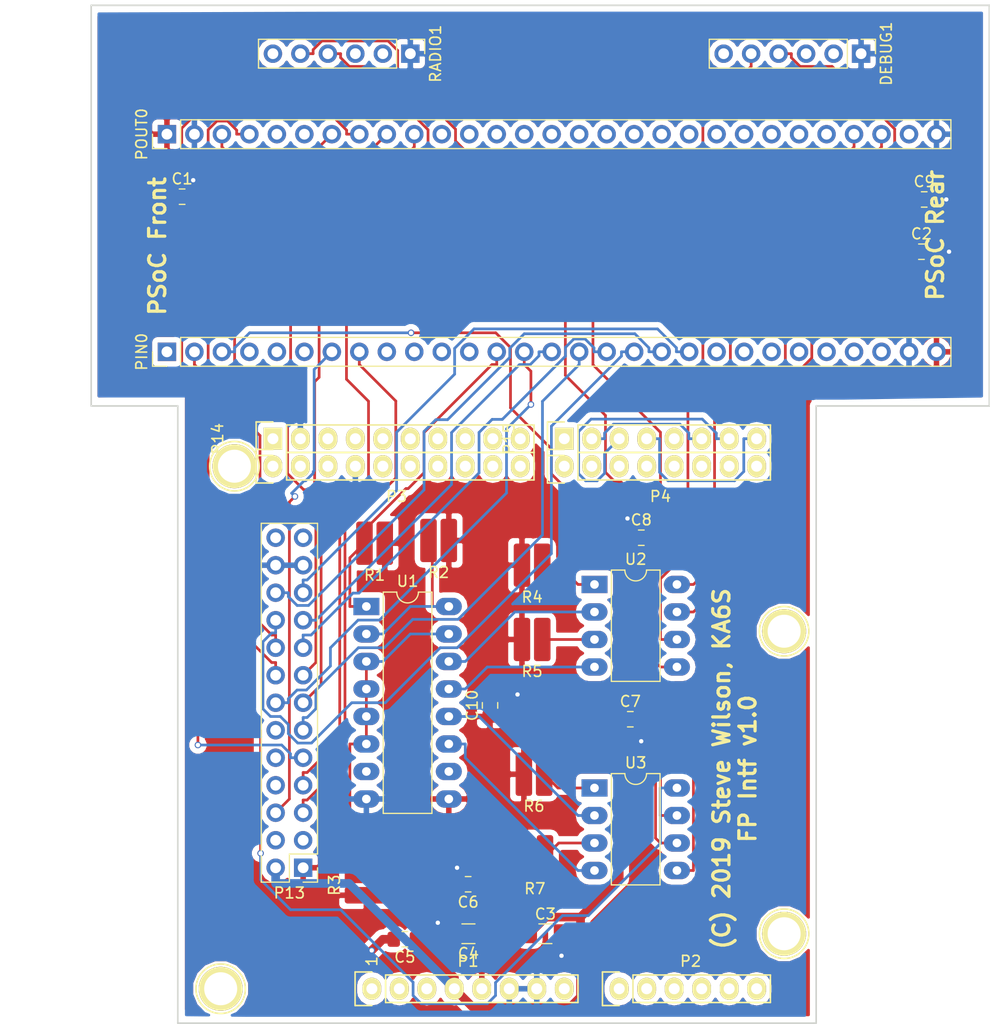
<source format=kicad_pcb>
(kicad_pcb (version 20171130) (host pcbnew 5.0.2-bee76a0~70~ubuntu16.04.1)
  (title_block (date "lun. 30 mars 2015"))
  (layers (0 F.Cu signal) (31 B.Cu signal) (34 B.Paste user) (35 F.Paste user) (36 B.SilkS user) (37 F.SilkS user) (38 B.Mask user) (39 F.Mask user) (44 Edge.Cuts user))
  (net 0 "")
  (net 1 +5V)
  (net 2 GND)
  (net 3 +3V3)
  (net 4 /encb_clk)
  (net 5 /encb_dat)
  (net 6 /encb_sw)
  (net 7 /i2c_scl)
  (net 8 /i2c_sda)
  (net 9 /button_b_int)
  (net 10 /button_a_int)
  (net 11 /encc_sw)
  (net 12 /encc_clk)
  (net 13 /encc_dat)
  (net 14 /enca_clk)
  (net 15 /enca_dat)
  (net 16 /enca_sw)
  (net 17 /tune_cha)
  (net 18 /tune_chb)
  (net 19 /uart2_txd)
  (net 20 /uart2_cts)
  (net 21 /uart2_rts)
  (net 22 /debug_rx)
  (net 23 /debug_tx)
  (net 24 /radio_rx)
  (net 25 /radio_tx)
  (net 26 /relay_on_n)
  (net 27 /pre_rdo_tx)
  (net 28 /pre_rdo_rx)
  (net 29 /pre_dbg_tx)
  (net 30 /pre_dbg_rx)
  (net 31 "Net-(R2-Pad2)")
  (net 32 "Net-(R3-Pad2)")
  (net 33 "Net-(R4-Pad1)")
  (net 34 "Net-(R5-Pad1)")
  (net 35 "Net-(R6-Pad1)")
  (net 36 "Net-(R7-Pad1)")
  (net 37 "Net-(U1-Pad11)")
  (net 38 "Net-(U1-Pad12)")
  (net 39 "Net-(U1-Pad13)")
  (net 40 "Net-(U1-Pad14)")
  (module Socket_Arduino_Uno:Socket_Strip_Arduino_1x08 (layer F.Cu) (at 138.938 123.825)
    (fp_text reference P1 (at 8.89 -2.54) (layer F.SilkS))
    (fp_text value Power)
    (pad 1 thru_hole oval (at 0 0) (size 1.7272 2.032) (drill 1.016) (layers *.Cu *.Mask F.SilkS))
    (pad 2 thru_hole oval (at 2.54 0) (size 1.7272 2.032) (drill 1.016) (layers *.Cu *.Mask F.SilkS))
    (pad 3 thru_hole oval (at 5.08 0) (size 1.7272 2.032) (drill 1.016) (layers *.Cu *.Mask F.SilkS))
    (pad 4 thru_hole oval (at 7.62 0) (size 1.7272 2.032) (drill 1.016) (layers *.Cu *.Mask F.SilkS) (net 3 +3V3))
    (pad 5 thru_hole oval (at 10.16 0) (size 1.7272 2.032) (drill 1.016) (layers *.Cu *.Mask F.SilkS) (net 1 +5V))
    (pad 6 thru_hole oval (at 12.7 0) (size 1.7272 2.032) (drill 1.016) (layers *.Cu *.Mask F.SilkS) (net 2 GND))
    (pad 7 thru_hole oval (at 15.24 0) (size 1.7272 2.032) (drill 1.016) (layers *.Cu *.Mask F.SilkS) (net 2 GND))
    (pad 8 thru_hole oval (at 17.78 0) (size 1.7272 2.032) (drill 1.016) (layers *.Cu *.Mask F.SilkS))
  )
  (module Socket_Arduino_Uno:Socket_Strip_Arduino_1x06 (layer F.Cu) (at 161.798 123.825)
    (fp_text reference P2 (at 6.604 -2.54) (layer F.SilkS))
    (fp_text value Analog)
    (pad 1 thru_hole oval (at 0 0) (size 1.7272 2.032) (drill 1.016) (layers *.Cu *.Mask F.SilkS))
    (pad 2 thru_hole oval (at 2.54 0) (size 1.7272 2.032) (drill 1.016) (layers *.Cu *.Mask F.SilkS))
    (pad 3 thru_hole oval (at 5.08 0) (size 1.7272 2.032) (drill 1.016) (layers *.Cu *.Mask F.SilkS))
    (pad 4 thru_hole oval (at 7.62 0) (size 1.7272 2.032) (drill 1.016) (layers *.Cu *.Mask F.SilkS))
    (pad 5 thru_hole oval (at 10.16 0) (size 1.7272 2.032) (drill 1.016) (layers *.Cu *.Mask F.SilkS))
    (pad 6 thru_hole oval (at 12.7 0) (size 1.7272 2.032) (drill 1.016) (layers *.Cu *.Mask F.SilkS))
  )
  (module Socket_Arduino_Uno:Socket_Strip_Arduino_1x10 (layer F.Cu) (at 129.794 75.565)
    (fp_text reference P3 (at 11.43 2.794) (layer F.SilkS))
    (fp_text value Digital)
    (pad 1 thru_hole oval (at 0 0) (size 1.7272 2.032) (drill 1.016) (layers *.Cu *.Mask F.SilkS))
    (pad 2 thru_hole oval (at 2.54 0) (size 1.7272 2.032) (drill 1.016) (layers *.Cu *.Mask F.SilkS))
    (pad 3 thru_hole oval (at 5.08 0) (size 1.7272 2.032) (drill 1.016) (layers *.Cu *.Mask F.SilkS))
    (pad 4 thru_hole oval (at 7.62 0) (size 1.7272 2.032) (drill 1.016) (layers *.Cu *.Mask F.SilkS) (net 2 GND))
    (pad 5 thru_hole oval (at 10.16 0) (size 1.7272 2.032) (drill 1.016) (layers *.Cu *.Mask F.SilkS))
    (pad 6 thru_hole oval (at 12.7 0) (size 1.7272 2.032) (drill 1.016) (layers *.Cu *.Mask F.SilkS))
    (pad 7 thru_hole oval (at 15.24 0) (size 1.7272 2.032) (drill 1.016) (layers *.Cu *.Mask F.SilkS))
    (pad 8 thru_hole oval (at 17.78 0) (size 1.7272 2.032) (drill 1.016) (layers *.Cu *.Mask F.SilkS))
    (pad 9 thru_hole oval (at 20.32 0) (size 1.7272 2.032) (drill 1.016) (layers *.Cu *.Mask F.SilkS))
    (pad 10 thru_hole oval (at 22.86 0) (size 1.7272 2.032) (drill 1.016) (layers *.Cu *.Mask F.SilkS))
  )
  (module Socket_Arduino_Uno:Socket_Strip_Arduino_1x08 (layer F.Cu) (at 156.718 75.565)
    (fp_text reference P4 (at 8.89 2.794) (layer F.SilkS))
    (fp_text value Digital)
    (pad 1 thru_hole oval (at 0 0) (size 1.7272 2.032) (drill 1.016) (layers *.Cu *.Mask F.SilkS))
    (pad 2 thru_hole oval (at 2.54 0) (size 1.7272 2.032) (drill 1.016) (layers *.Cu *.Mask F.SilkS))
    (pad 3 thru_hole oval (at 5.08 0) (size 1.7272 2.032) (drill 1.016) (layers *.Cu *.Mask F.SilkS))
    (pad 4 thru_hole oval (at 7.62 0) (size 1.7272 2.032) (drill 1.016) (layers *.Cu *.Mask F.SilkS))
    (pad 5 thru_hole oval (at 10.16 0) (size 1.7272 2.032) (drill 1.016) (layers *.Cu *.Mask F.SilkS))
    (pad 6 thru_hole oval (at 12.7 0) (size 1.7272 2.032) (drill 1.016) (layers *.Cu *.Mask F.SilkS))
    (pad 7 thru_hole oval (at 15.24 0) (size 1.7272 2.032) (drill 1.016) (layers *.Cu *.Mask F.SilkS))
    (pad 8 thru_hole oval (at 17.78 0) (size 1.7272 2.032) (drill 1.016) (layers *.Cu *.Mask F.SilkS))
  )
  (module Socket_Arduino_Uno:Arduino_1pin (layer F.Cu) (at 124.968 123.825)
    (fp_text reference P5 hide)
    (fp_text value CONN_1 hide)
    (pad 1 thru_hole circle (at 0 0) (size 4.064 4.064) (drill 3.048) (layers *.Cu *.Mask F.SilkS))
  )
  (module Socket_Arduino_Uno:Arduino_1pin (layer F.Cu) (at 177.038 118.745)
    (fp_text reference P6 hide)
    (fp_text value CONN_1 hide)
    (pad 1 thru_hole circle (at 0 0) (size 4.064 4.064) (drill 3.048) (layers *.Cu *.Mask F.SilkS))
  )
  (module Socket_Arduino_Uno:Arduino_1pin (layer F.Cu) (at 126.238 75.565)
    (fp_text reference P7 hide)
    (fp_text value CONN_1 hide)
    (pad 1 thru_hole circle (at 0 0) (size 4.064 4.064) (drill 3.048) (layers *.Cu *.Mask F.SilkS))
  )
  (module Socket_Arduino_Uno:Arduino_1pin (layer F.Cu) (at 177.038 90.805)
    (fp_text reference P8 hide)
    (fp_text value CONN_1 hide)
    (pad 1 thru_hole circle (at 0 0) (size 4.064 4.064) (drill 3.048) (layers *.Cu *.Mask F.SilkS))
  )
  (module Pin_Headers:Pin_Header_Straight_1x10 (layer F.Cu) (at 129.794 73.025 90)
    (fp_text reference P14 (at 0 -5.1 90) (layer F.SilkS))
    (fp_text value Digital)
    (pad 1 thru_hole rect (at 0 0 90) (size 2.032 1.7272) (drill 1.016) (layers *.Cu *.Mask F.SilkS))
    (pad 2 thru_hole oval (at 0 2.54 90) (size 2.032 1.7272) (drill 1.016) (layers *.Cu *.Mask F.SilkS) (net 2 GND))
    (pad 3 thru_hole oval (at 0 5.08 90) (size 2.032 1.7272) (drill 1.016) (layers *.Cu *.Mask F.SilkS))
    (pad 4 thru_hole oval (at 0 7.62 90) (size 2.032 1.7272) (drill 1.016) (layers *.Cu *.Mask F.SilkS))
    (pad 5 thru_hole oval (at 0 10.16 90) (size 2.032 1.7272) (drill 1.016) (layers *.Cu *.Mask F.SilkS))
    (pad 6 thru_hole oval (at 0 12.7 90) (size 2.032 1.7272) (drill 1.016) (layers *.Cu *.Mask F.SilkS))
    (pad 7 thru_hole oval (at 0 15.24 90) (size 2.032 1.7272) (drill 1.016) (layers *.Cu *.Mask F.SilkS))
    (pad 8 thru_hole oval (at 0 17.78 90) (size 2.032 1.7272) (drill 1.016) (layers *.Cu *.Mask F.SilkS))
    (pad 9 thru_hole oval (at 0 20.32 90) (size 2.032 1.7272) (drill 1.016) (layers *.Cu *.Mask F.SilkS))
    (pad 10 thru_hole oval (at 0 22.86 90) (size 2.032 1.7272) (drill 1.016) (layers *.Cu *.Mask F.SilkS))
  )
  (module Pin_Headers:Pin_Header_Straight_1x08 (layer F.Cu) (at 156.718 73.025 90)
    (fp_text reference P15 (at 0 -5.1 90) (layer F.SilkS))
    (fp_text value Digital)
    (pad 1 thru_hole rect (at 0 0 90) (size 2.032 1.7272) (drill 1.016) (layers *.Cu *.Mask F.SilkS))
    (pad 2 thru_hole oval (at 0 2.54 90) (size 2.032 1.7272) (drill 1.016) (layers *.Cu *.Mask F.SilkS) (net 19 /uart2_txd))
    (pad 3 thru_hole oval (at 0 5.08 90) (size 2.032 1.7272) (drill 1.016) (layers *.Cu *.Mask F.SilkS) (net 20 /uart2_cts))
    (pad 4 thru_hole oval (at 0 7.62 90) (size 2.032 1.7272) (drill 1.016) (layers *.Cu *.Mask F.SilkS) (net 21 /uart2_rts))
    (pad 5 thru_hole oval (at 0 10.16 90) (size 2.032 1.7272) (drill 1.016) (layers *.Cu *.Mask F.SilkS))
    (pad 6 thru_hole oval (at 0 12.7 90) (size 2.032 1.7272) (drill 1.016) (layers *.Cu *.Mask F.SilkS) (net 19 /uart2_txd))
    (pad 7 thru_hole oval (at 0 15.24 90) (size 2.032 1.7272) (drill 1.016) (layers *.Cu *.Mask F.SilkS) (net 20 /uart2_cts))
    (pad 8 thru_hole oval (at 0 17.78 90) (size 2.032 1.7272) (drill 1.016) (layers *.Cu *.Mask F.SilkS) (net 21 /uart2_rts))
  )
  (module Capacitor_SMD:C_1206_3216Metric_Pad1.42x1.75mm_HandSolder (layer F.Cu) (at 154.976 118.745)
    (fp_text reference C3 (at 0 -1.82) (layer F.SilkS))
    (fp_text value 100uF)
    (pad 2 smd roundrect (at 1.4875 0) (size 1.425 1.75) (layers F.Cu F.Paste F.Mask) (roundrect_rratio 0.175439) (net 2 GND))
    (pad 1 smd roundrect (at -1.4875 0) (size 1.425 1.75) (layers F.Cu F.Paste F.Mask) (roundrect_rratio 0.175439) (net 3 +3V3))
  )
  (module Capacitor_SMD:C_1206_3216Metric_Pad1.42x1.75mm_HandSolder (layer F.Cu) (at 147.864 118.745 180)
    (fp_text reference C4 (at 0 -1.82 180) (layer F.SilkS))
    (fp_text value 100uF)
    (pad 1 smd roundrect (at -1.4875 0 180) (size 1.425 1.75) (layers F.Cu F.Paste F.Mask) (roundrect_rratio 0.175439) (net 1 +5V))
    (pad 2 smd roundrect (at 1.4875 0 180) (size 1.425 1.75) (layers F.Cu F.Paste F.Mask) (roundrect_rratio 0.175439) (net 2 GND))
  )
  (module Capacitor_SMD:C_0805_2012Metric_Pad1.15x1.40mm_HandSolder (layer F.Cu) (at 141.986 119.253 180)
    (fp_text reference C5 (at 0 -1.65 180) (layer F.SilkS))
    (fp_text value 1uF)
    (pad 2 smd roundrect (at 1.025 0 180) (size 1.15 1.4) (layers F.Cu F.Paste F.Mask) (roundrect_rratio 0.217391) (net 2 GND))
    (pad 1 smd roundrect (at -1.025 0 180) (size 1.15 1.4) (layers F.Cu F.Paste F.Mask) (roundrect_rratio 0.217391) (net 3 +3V3))
  )
  (module Capacitor_SMD:C_0805_2012Metric_Pad1.15x1.40mm_HandSolder (layer F.Cu) (at 147.837 114.173 180)
    (fp_text reference C6 (at 0 -1.65 180) (layer F.SilkS))
    (fp_text value 1uF)
    (pad 2 smd roundrect (at 1.025 0 180) (size 1.15 1.4) (layers F.Cu F.Paste F.Mask) (roundrect_rratio 0.217391) (net 2 GND))
    (pad 1 smd roundrect (at -1.025 0 180) (size 1.15 1.4) (layers F.Cu F.Paste F.Mask) (roundrect_rratio 0.217391) (net 1 +5V))
  )
  (module Capacitor_SMD:C_0805_2012Metric_Pad1.15x1.40mm_HandSolder (layer F.Cu) (at 162.823 98.933)
    (fp_text reference C7 (at 0 -1.65) (layer F.SilkS))
    (fp_text value 0.01uF)
    (pad 1 smd roundrect (at -1.025 0) (size 1.15 1.4) (layers F.Cu F.Paste F.Mask) (roundrect_rratio 0.217391) (net 3 +3V3))
    (pad 2 smd roundrect (at 1.025 0) (size 1.15 1.4) (layers F.Cu F.Paste F.Mask) (roundrect_rratio 0.217391) (net 2 GND))
  )
  (module Capacitor_SMD:C_0805_2012Metric_Pad1.15x1.40mm_HandSolder (layer F.Cu) (at 163.839 82.169)
    (fp_text reference C8 (at 0 -1.65) (layer F.SilkS))
    (fp_text value 0.01uF)
    (pad 1 smd roundrect (at -1.025 0) (size 1.15 1.4) (layers F.Cu F.Paste F.Mask) (roundrect_rratio 0.217391) (net 1 +5V))
    (pad 2 smd roundrect (at 1.025 0) (size 1.15 1.4) (layers F.Cu F.Paste F.Mask) (roundrect_rratio 0.217391) (net 2 GND))
  )
  (module Connector_PinHeader_2.54mm:PinHeader_1x06_P2.54mm_Vertical (layer F.Cu) (at 184.15 37.465 270)
    (fp_text reference DEBUG1 (at 0 -2.33 270) (layer F.SilkS))
    (fp_text value CONN_01X06)
    (pad 1 thru_hole rect (at 0 0 270) (size 1.7 1.7) (drill 1) (layers *.Cu *.Mask) (net 2 GND))
    (pad 2 thru_hole oval (at 0 2.54 270) (size 1.7 1.7) (drill 1) (layers *.Cu *.Mask))
    (pad 3 thru_hole oval (at 0 5.08 270) (size 1.7 1.7) (drill 1) (layers *.Cu *.Mask))
    (pad 4 thru_hole oval (at 0 7.62 270) (size 1.7 1.7) (drill 1) (layers *.Cu *.Mask) (net 22 /debug_rx))
    (pad 5 thru_hole oval (at 0 10.16 270) (size 1.7 1.7) (drill 1) (layers *.Cu *.Mask) (net 23 /debug_tx))
    (pad 6 thru_hole oval (at 0 12.7 270) (size 1.7 1.7) (drill 1) (layers *.Cu *.Mask))
  )
  (module Connector_PinHeader_2.54mm:PinHeader_2x13_P2.54mm_Vertical (layer F.Cu) (at 132.588 112.649 180)
    (fp_text reference P13 (at 1.27 -2.33 180) (layer F.SilkS))
    (fp_text value CONN_02X13)
    (pad 1 thru_hole rect (at 0 0 180) (size 1.7 1.7) (drill 1) (layers *.Cu *.Mask) (net 1 +5V))
    (pad 2 thru_hole oval (at 2.54 0 180) (size 1.7 1.7) (drill 1) (layers *.Cu *.Mask) (net 3 +3V3))
    (pad 3 thru_hole oval (at 0 2.54 180) (size 1.7 1.7) (drill 1) (layers *.Cu *.Mask))
    (pad 4 thru_hole oval (at 2.54 2.54 180) (size 1.7 1.7) (drill 1) (layers *.Cu *.Mask))
    (pad 5 thru_hole oval (at 0 5.08 180) (size 1.7 1.7) (drill 1) (layers *.Cu *.Mask) (net 8 /i2c_sda))
    (pad 6 thru_hole oval (at 2.54 5.08 180) (size 1.7 1.7) (drill 1) (layers *.Cu *.Mask) (net 7 /i2c_scl))
    (pad 7 thru_hole oval (at 0 7.62 180) (size 1.7 1.7) (drill 1) (layers *.Cu *.Mask) (net 14 /enca_clk))
    (pad 8 thru_hole oval (at 2.54 7.62 180) (size 1.7 1.7) (drill 1) (layers *.Cu *.Mask))
    (pad 9 thru_hole oval (at 0 10.16 180) (size 1.7 1.7) (drill 1) (layers *.Cu *.Mask) (net 15 /enca_dat))
    (pad 10 thru_hole oval (at 2.54 10.16 180) (size 1.7 1.7) (drill 1) (layers *.Cu *.Mask))
    (pad 11 thru_hole oval (at 0 12.7 180) (size 1.7 1.7) (drill 1) (layers *.Cu *.Mask) (net 16 /enca_sw))
    (pad 12 thru_hole oval (at 2.54 12.7 180) (size 1.7 1.7) (drill 1) (layers *.Cu *.Mask))
    (pad 13 thru_hole oval (at 0 15.24 180) (size 1.7 1.7) (drill 1) (layers *.Cu *.Mask) (net 4 /encb_clk))
    (pad 14 thru_hole oval (at 2.54 15.24 180) (size 1.7 1.7) (drill 1) (layers *.Cu *.Mask) (net 17 /tune_cha))
    (pad 15 thru_hole oval (at 0 17.78 180) (size 1.7 1.7) (drill 1) (layers *.Cu *.Mask) (net 5 /encb_dat))
    (pad 16 thru_hole oval (at 2.54 17.78 180) (size 1.7 1.7) (drill 1) (layers *.Cu *.Mask) (net 18 /tune_chb))
    (pad 17 thru_hole oval (at 0 20.32 180) (size 1.7 1.7) (drill 1) (layers *.Cu *.Mask) (net 6 /encb_sw))
    (pad 18 thru_hole oval (at 2.54 20.32 180) (size 1.7 1.7) (drill 1) (layers *.Cu *.Mask) (net 12 /encc_clk))
    (pad 19 thru_hole oval (at 0 22.86 180) (size 1.7 1.7) (drill 1) (layers *.Cu *.Mask) (net 13 /encc_dat))
    (pad 20 thru_hole oval (at 2.54 22.86 180) (size 1.7 1.7) (drill 1) (layers *.Cu *.Mask) (net 11 /encc_sw))
    (pad 21 thru_hole oval (at 0 25.4 180) (size 1.7 1.7) (drill 1) (layers *.Cu *.Mask) (net 9 /button_b_int))
    (pad 22 thru_hole oval (at 2.54 25.4 180) (size 1.7 1.7) (drill 1) (layers *.Cu *.Mask) (net 10 /button_a_int))
    (pad 23 thru_hole oval (at 0 27.94 180) (size 1.7 1.7) (drill 1) (layers *.Cu *.Mask) (net 2 GND))
    (pad 24 thru_hole oval (at 2.54 27.94 180) (size 1.7 1.7) (drill 1) (layers *.Cu *.Mask) (net 2 GND))
    (pad 25 thru_hole oval (at 0 30.48 180) (size 1.7 1.7) (drill 1) (layers *.Cu *.Mask))
    (pad 26 thru_hole oval (at 2.54 30.48 180) (size 1.7 1.7) (drill 1) (layers *.Cu *.Mask))
  )
  (module Connector_PinHeader_2.54mm:PinHeader_1x29_P2.54mm_Vertical (layer F.Cu) (at 120 65 90)
    (fp_text reference PIN0 (at 0 -2.33 90) (layer F.SilkS))
    (fp_text value CONN_01X29)
    (pad 29 thru_hole oval (at 0 71.12 90) (size 1.7 1.7) (drill 1) (layers *.Cu *.Mask) (net 1 +5V))
    (pad 28 thru_hole oval (at 0 68.58 90) (size 1.7 1.7) (drill 1) (layers *.Cu *.Mask) (net 2 GND))
    (pad 27 thru_hole oval (at 0 66.04 90) (size 1.7 1.7) (drill 1) (layers *.Cu *.Mask))
    (pad 26 thru_hole oval (at 0 63.5 90) (size 1.7 1.7) (drill 1) (layers *.Cu *.Mask))
    (pad 25 thru_hole oval (at 0 60.96 90) (size 1.7 1.7) (drill 1) (layers *.Cu *.Mask))
    (pad 24 thru_hole oval (at 0 58.42 90) (size 1.7 1.7) (drill 1) (layers *.Cu *.Mask))
    (pad 23 thru_hole oval (at 0 55.88 90) (size 1.7 1.7) (drill 1) (layers *.Cu *.Mask))
    (pad 22 thru_hole oval (at 0 53.34 90) (size 1.7 1.7) (drill 1) (layers *.Cu *.Mask))
    (pad 21 thru_hole oval (at 0 50.8 90) (size 1.7 1.7) (drill 1) (layers *.Cu *.Mask))
    (pad 20 thru_hole oval (at 0 48.26 90) (size 1.7 1.7) (drill 1) (layers *.Cu *.Mask) (net 9 /button_b_int))
    (pad 19 thru_hole oval (at 0 45.72 90) (size 1.7 1.7) (drill 1) (layers *.Cu *.Mask) (net 10 /button_a_int))
    (pad 18 thru_hole oval (at 0 43.18 90) (size 1.7 1.7) (drill 1) (layers *.Cu *.Mask) (net 11 /encc_sw))
    (pad 17 thru_hole oval (at 0 40.64 90) (size 1.7 1.7) (drill 1) (layers *.Cu *.Mask) (net 6 /encb_sw))
    (pad 16 thru_hole oval (at 0 38.1 90) (size 1.7 1.7) (drill 1) (layers *.Cu *.Mask) (net 16 /enca_sw))
    (pad 15 thru_hole oval (at 0 35.56 90) (size 1.7 1.7) (drill 1) (layers *.Cu *.Mask) (net 13 /encc_dat))
    (pad 14 thru_hole oval (at 0 33.02 90) (size 1.7 1.7) (drill 1) (layers *.Cu *.Mask) (net 17 /tune_cha))
    (pad 13 thru_hole oval (at 0 30.48 90) (size 1.7 1.7) (drill 1) (layers *.Cu *.Mask) (net 26 /relay_on_n))
    (pad 12 thru_hole oval (at 0 27.94 90) (size 1.7 1.7) (drill 1) (layers *.Cu *.Mask))
    (pad 11 thru_hole oval (at 0 25.4 90) (size 1.7 1.7) (drill 1) (layers *.Cu *.Mask))
    (pad 10 thru_hole oval (at 0 22.86 90) (size 1.7 1.7) (drill 1) (layers *.Cu *.Mask))
    (pad 9 thru_hole oval (at 0 20.32 90) (size 1.7 1.7) (drill 1) (layers *.Cu *.Mask))
    (pad 8 thru_hole oval (at 0 17.78 90) (size 1.7 1.7) (drill 1) (layers *.Cu *.Mask) (net 8 /i2c_sda))
    (pad 7 thru_hole oval (at 0 15.24 90) (size 1.7 1.7) (drill 1) (layers *.Cu *.Mask) (net 7 /i2c_scl))
    (pad 6 thru_hole oval (at 0 12.7 90) (size 1.7 1.7) (drill 1) (layers *.Cu *.Mask))
    (pad 5 thru_hole oval (at 0 10.16 90) (size 1.7 1.7) (drill 1) (layers *.Cu *.Mask))
    (pad 4 thru_hole oval (at 0 7.62 90) (size 1.7 1.7) (drill 1) (layers *.Cu *.Mask))
    (pad 3 thru_hole oval (at 0 5.08 90) (size 1.7 1.7) (drill 1) (layers *.Cu *.Mask) (net 27 /pre_rdo_tx))
    (pad 2 thru_hole oval (at 0 2.54 90) (size 1.7 1.7) (drill 1) (layers *.Cu *.Mask) (net 28 /pre_rdo_rx))
    (pad 1 thru_hole rect (at 0 0 90) (size 1.7 1.7) (drill 1) (layers *.Cu *.Mask))
  )
  (module Connector_PinHeader_2.54mm:PinHeader_1x29_P2.54mm_Vertical (layer F.Cu) (at 120 44.9 90)
    (fp_text reference POUT0 (at 0 -2.33 90) (layer F.SilkS))
    (fp_text value CONN_01X29)
    (pad 1 thru_hole rect (at 0 0 90) (size 1.7 1.7) (drill 1) (layers *.Cu *.Mask) (net 1 +5V))
    (pad 2 thru_hole oval (at 0 2.54 90) (size 1.7 1.7) (drill 1) (layers *.Cu *.Mask) (net 2 GND))
    (pad 3 thru_hole oval (at 0 5.08 90) (size 1.7 1.7) (drill 1) (layers *.Cu *.Mask) (net 12 /encc_clk))
    (pad 4 thru_hole oval (at 0 7.62 90) (size 1.7 1.7) (drill 1) (layers *.Cu *.Mask) (net 18 /tune_chb))
    (pad 5 thru_hole oval (at 0 10.16 90) (size 1.7 1.7) (drill 1) (layers *.Cu *.Mask))
    (pad 6 thru_hole oval (at 0 12.7 90) (size 1.7 1.7) (drill 1) (layers *.Cu *.Mask))
    (pad 7 thru_hole oval (at 0 15.24 90) (size 1.7 1.7) (drill 1) (layers *.Cu *.Mask) (net 5 /encb_dat))
    (pad 8 thru_hole oval (at 0 17.78 90) (size 1.7 1.7) (drill 1) (layers *.Cu *.Mask) (net 15 /enca_dat))
    (pad 9 thru_hole oval (at 0 20.32 90) (size 1.7 1.7) (drill 1) (layers *.Cu *.Mask) (net 4 /encb_clk))
    (pad 10 thru_hole oval (at 0 22.86 90) (size 1.7 1.7) (drill 1) (layers *.Cu *.Mask) (net 14 /enca_clk))
    (pad 11 thru_hole oval (at 0 25.4 90) (size 1.7 1.7) (drill 1) (layers *.Cu *.Mask))
    (pad 12 thru_hole oval (at 0 27.94 90) (size 1.7 1.7) (drill 1) (layers *.Cu *.Mask))
    (pad 13 thru_hole oval (at 0 30.48 90) (size 1.7 1.7) (drill 1) (layers *.Cu *.Mask))
    (pad 14 thru_hole oval (at 0 33.02 90) (size 1.7 1.7) (drill 1) (layers *.Cu *.Mask))
    (pad 15 thru_hole oval (at 0 35.56 90) (size 1.7 1.7) (drill 1) (layers *.Cu *.Mask))
    (pad 16 thru_hole oval (at 0 38.1 90) (size 1.7 1.7) (drill 1) (layers *.Cu *.Mask))
    (pad 17 thru_hole oval (at 0 40.64 90) (size 1.7 1.7) (drill 1) (layers *.Cu *.Mask))
    (pad 18 thru_hole oval (at 0 43.18 90) (size 1.7 1.7) (drill 1) (layers *.Cu *.Mask))
    (pad 19 thru_hole oval (at 0 45.72 90) (size 1.7 1.7) (drill 1) (layers *.Cu *.Mask))
    (pad 20 thru_hole oval (at 0 48.26 90) (size 1.7 1.7) (drill 1) (layers *.Cu *.Mask))
    (pad 21 thru_hole oval (at 0 50.8 90) (size 1.7 1.7) (drill 1) (layers *.Cu *.Mask))
    (pad 22 thru_hole oval (at 0 53.34 90) (size 1.7 1.7) (drill 1) (layers *.Cu *.Mask))
    (pad 23 thru_hole oval (at 0 55.88 90) (size 1.7 1.7) (drill 1) (layers *.Cu *.Mask))
    (pad 24 thru_hole oval (at 0 58.42 90) (size 1.7 1.7) (drill 1) (layers *.Cu *.Mask))
    (pad 25 thru_hole oval (at 0 60.96 90) (size 1.7 1.7) (drill 1) (layers *.Cu *.Mask))
    (pad 26 thru_hole oval (at 0 63.5 90) (size 1.7 1.7) (drill 1) (layers *.Cu *.Mask) (net 29 /pre_dbg_tx))
    (pad 27 thru_hole oval (at 0 66.04 90) (size 1.7 1.7) (drill 1) (layers *.Cu *.Mask) (net 30 /pre_dbg_rx))
    (pad 28 thru_hole oval (at 0 68.58 90) (size 1.7 1.7) (drill 1) (layers *.Cu *.Mask))
    (pad 29 thru_hole oval (at 0 71.12 90) (size 1.7 1.7) (drill 1) (layers *.Cu *.Mask) (net 2 GND))
  )
  (module Resistor_SMD:R_0815_2038Metric_Pad1.53x4.00mm_HandSolder (layer F.Cu) (at 139.192 82.677 180)
    (fp_text reference R1 (at 0 -2.95 180) (layer F.SilkS))
    (fp_text value 10K)
    (pad 1 smd roundrect (at -0.9375 0 180) (size 1.525 4) (layers F.Cu F.Paste F.Mask) (roundrect_rratio 0.163934) (net 1 +5V))
    (pad 2 smd roundrect (at 0.9375 0 180) (size 1.525 4) (layers F.Cu F.Paste F.Mask) (roundrect_rratio 0.163934) (net 26 /relay_on_n))
  )
  (module Resistor_SMD:R_0815_2038Metric_Pad1.53x4.00mm_HandSolder (layer F.Cu) (at 145.112 82.423 180)
    (fp_text reference R2 (at 0 -2.95 180) (layer F.SilkS))
    (fp_text value 10K)
    (pad 2 smd roundrect (at 0.9375 0 180) (size 1.525 4) (layers F.Cu F.Paste F.Mask) (roundrect_rratio 0.163934) (net 31 "Net-(R2-Pad2)"))
    (pad 1 smd roundrect (at -0.9375 0 180) (size 1.525 4) (layers F.Cu F.Paste F.Mask) (roundrect_rratio 0.163934) (net 1 +5V))
  )
  (module Resistor_SMD:R_0815_2038Metric_Pad1.53x4.00mm_HandSolder (layer F.Cu) (at 138.43 114.252 90)
    (fp_text reference R3 (at 0 -2.95 90) (layer F.SilkS))
    (fp_text value 10K)
    (pad 1 smd roundrect (at -0.9375 0 90) (size 1.525 4) (layers F.Cu F.Paste F.Mask) (roundrect_rratio 0.163934) (net 1 +5V))
    (pad 2 smd roundrect (at 0.9375 0 90) (size 1.525 4) (layers F.Cu F.Paste F.Mask) (roundrect_rratio 0.163934) (net 32 "Net-(R3-Pad2)"))
  )
  (module Resistor_SMD:R_0815_2038Metric_Pad1.53x4.00mm_HandSolder (layer F.Cu) (at 153.748 84.709 180)
    (fp_text reference R4 (at 0 -2.95 180) (layer F.SilkS))
    (fp_text value 1K)
    (pad 2 smd roundrect (at 0.9375 0 180) (size 1.525 4) (layers F.Cu F.Paste F.Mask) (roundrect_rratio 0.163934) (net 1 +5V))
    (pad 1 smd roundrect (at -0.9375 0 180) (size 1.525 4) (layers F.Cu F.Paste F.Mask) (roundrect_rratio 0.163934) (net 33 "Net-(R4-Pad1)"))
  )
  (module Resistor_SMD:R_0815_2038Metric_Pad1.53x4.00mm_HandSolder (layer F.Cu) (at 153.748 91.567 180)
    (fp_text reference R5 (at 0 -2.95 180) (layer F.SilkS))
    (fp_text value 1K)
    (pad 1 smd roundrect (at -0.9375 0 180) (size 1.525 4) (layers F.Cu F.Paste F.Mask) (roundrect_rratio 0.163934) (net 34 "Net-(R5-Pad1)"))
    (pad 2 smd roundrect (at 0.9375 0 180) (size 1.525 4) (layers F.Cu F.Paste F.Mask) (roundrect_rratio 0.163934) (net 1 +5V))
  )
  (module Resistor_SMD:R_0815_2038Metric_Pad1.53x4.00mm_HandSolder (layer F.Cu) (at 153.924 104.013 180)
    (fp_text reference R6 (at 0 -2.95 180) (layer F.SilkS))
    (fp_text value 1K)
    (pad 2 smd roundrect (at 0.9375 0 180) (size 1.525 4) (layers F.Cu F.Paste F.Mask) (roundrect_rratio 0.163934) (net 1 +5V))
    (pad 1 smd roundrect (at -0.9375 0 180) (size 1.525 4) (layers F.Cu F.Paste F.Mask) (roundrect_rratio 0.163934) (net 35 "Net-(R6-Pad1)"))
  )
  (module Resistor_SMD:R_0815_2038Metric_Pad1.53x4.00mm_HandSolder (layer F.Cu) (at 154.002 111.633 180)
    (fp_text reference R7 (at 0 -2.95 180) (layer F.SilkS))
    (fp_text value 1K)
    (pad 1 smd roundrect (at -0.9375 0 180) (size 1.525 4) (layers F.Cu F.Paste F.Mask) (roundrect_rratio 0.163934) (net 36 "Net-(R7-Pad1)"))
    (pad 2 smd roundrect (at 0.9375 0 180) (size 1.525 4) (layers F.Cu F.Paste F.Mask) (roundrect_rratio 0.163934) (net 1 +5V))
  )
  (module Connector_PinHeader_2.54mm:PinHeader_1x06_P2.54mm_Vertical (layer F.Cu) (at 142.494 37.465 270)
    (fp_text reference RADIO1 (at 0 -2.33 270) (layer F.SilkS))
    (fp_text value CONN_01X06)
    (pad 6 thru_hole oval (at 0 12.7 270) (size 1.7 1.7) (drill 1) (layers *.Cu *.Mask))
    (pad 5 thru_hole oval (at 0 10.16 270) (size 1.7 1.7) (drill 1) (layers *.Cu *.Mask) (net 25 /radio_tx))
    (pad 4 thru_hole oval (at 0 7.62 270) (size 1.7 1.7) (drill 1) (layers *.Cu *.Mask) (net 24 /radio_rx))
    (pad 3 thru_hole oval (at 0 5.08 270) (size 1.7 1.7) (drill 1) (layers *.Cu *.Mask))
    (pad 2 thru_hole oval (at 0 2.54 270) (size 1.7 1.7) (drill 1) (layers *.Cu *.Mask))
    (pad 1 thru_hole rect (at 0 0 270) (size 1.7 1.7) (drill 1) (layers *.Cu *.Mask) (net 2 GND))
  )
  (module Package_DIP:DIP-16_W7.62mm_LongPads (layer F.Cu) (at 138.43 88.519)
    (fp_text reference U1 (at 3.81 -2.33) (layer F.SilkS))
    (fp_text value ULN2003)
    (pad 1 thru_hole rect (at 0 0) (size 2.4 1.6) (drill 0.8) (layers *.Cu *.Mask) (net 26 /relay_on_n))
    (pad 9 thru_hole oval (at 7.62 17.78) (size 2.4 1.6) (drill 0.8) (layers *.Cu *.Mask) (net 1 +5V))
    (pad 2 thru_hole oval (at 0 2.54) (size 2.4 1.6) (drill 0.8) (layers *.Cu *.Mask) (net 31 "Net-(R2-Pad2)"))
    (pad 10 thru_hole oval (at 7.62 15.24) (size 2.4 1.6) (drill 0.8) (layers *.Cu *.Mask))
    (pad 3 thru_hole oval (at 0 5.08) (size 2.4 1.6) (drill 0.8) (layers *.Cu *.Mask) (net 32 "Net-(R3-Pad2)"))
    (pad 11 thru_hole oval (at 7.62 12.7) (size 2.4 1.6) (drill 0.8) (layers *.Cu *.Mask) (net 37 "Net-(U1-Pad11)"))
    (pad 4 thru_hole oval (at 0 7.62) (size 2.4 1.6) (drill 0.8) (layers *.Cu *.Mask) (net 32 "Net-(R3-Pad2)"))
    (pad 12 thru_hole oval (at 7.62 10.16) (size 2.4 1.6) (drill 0.8) (layers *.Cu *.Mask) (net 38 "Net-(U1-Pad12)"))
    (pad 5 thru_hole oval (at 0 10.16) (size 2.4 1.6) (drill 0.8) (layers *.Cu *.Mask) (net 32 "Net-(R3-Pad2)"))
    (pad 13 thru_hole oval (at 7.62 7.62) (size 2.4 1.6) (drill 0.8) (layers *.Cu *.Mask) (net 39 "Net-(U1-Pad13)"))
    (pad 6 thru_hole oval (at 0 12.7) (size 2.4 1.6) (drill 0.8) (layers *.Cu *.Mask) (net 32 "Net-(R3-Pad2)"))
    (pad 14 thru_hole oval (at 7.62 5.08) (size 2.4 1.6) (drill 0.8) (layers *.Cu *.Mask) (net 40 "Net-(U1-Pad14)"))
    (pad 7 thru_hole oval (at 0 15.24) (size 2.4 1.6) (drill 0.8) (layers *.Cu *.Mask))
    (pad 15 thru_hole oval (at 7.62 2.54) (size 2.4 1.6) (drill 0.8) (layers *.Cu *.Mask) (net 32 "Net-(R3-Pad2)"))
    (pad 8 thru_hole oval (at 0 17.78) (size 2.4 1.6) (drill 0.8) (layers *.Cu *.Mask) (net 2 GND))
    (pad 16 thru_hole oval (at 7.62 0) (size 2.4 1.6) (drill 0.8) (layers *.Cu *.Mask) (net 31 "Net-(R2-Pad2)"))
  )
  (module Package_DIP:DIP-8_W7.62mm_LongPads (layer F.Cu) (at 159.512 86.487)
    (fp_text reference U2 (at 3.81 -2.33) (layer F.SilkS))
    (fp_text value LAA110)
    (pad 1 thru_hole rect (at 0 0) (size 2.4 1.6) (drill 0.8) (layers *.Cu *.Mask) (net 33 "Net-(R4-Pad1)"))
    (pad 5 thru_hole oval (at 7.62 7.62) (size 2.4 1.6) (drill 0.8) (layers *.Cu *.Mask) (net 23 /debug_tx))
    (pad 2 thru_hole oval (at 0 2.54) (size 2.4 1.6) (drill 0.8) (layers *.Cu *.Mask) (net 40 "Net-(U1-Pad14)"))
    (pad 6 thru_hole oval (at 7.62 5.08) (size 2.4 1.6) (drill 0.8) (layers *.Cu *.Mask) (net 29 /pre_dbg_tx))
    (pad 3 thru_hole oval (at 0 5.08) (size 2.4 1.6) (drill 0.8) (layers *.Cu *.Mask) (net 34 "Net-(R5-Pad1)"))
    (pad 7 thru_hole oval (at 7.62 2.54) (size 2.4 1.6) (drill 0.8) (layers *.Cu *.Mask) (net 22 /debug_rx))
    (pad 4 thru_hole oval (at 0 7.62) (size 2.4 1.6) (drill 0.8) (layers *.Cu *.Mask) (net 39 "Net-(U1-Pad13)"))
    (pad 8 thru_hole oval (at 7.62 0) (size 2.4 1.6) (drill 0.8) (layers *.Cu *.Mask) (net 30 /pre_dbg_rx))
  )
  (module Package_DIP:DIP-8_W7.62mm_LongPads (layer F.Cu) (at 159.512 105.283)
    (fp_text reference U3 (at 3.81 -2.33) (layer F.SilkS))
    (fp_text value LAA110)
    (pad 8 thru_hole oval (at 7.62 0) (size 2.4 1.6) (drill 0.8) (layers *.Cu *.Mask) (net 28 /pre_rdo_rx))
    (pad 4 thru_hole oval (at 0 7.62) (size 2.4 1.6) (drill 0.8) (layers *.Cu *.Mask) (net 37 "Net-(U1-Pad11)"))
    (pad 7 thru_hole oval (at 7.62 2.54) (size 2.4 1.6) (drill 0.8) (layers *.Cu *.Mask) (net 24 /radio_rx))
    (pad 3 thru_hole oval (at 0 5.08) (size 2.4 1.6) (drill 0.8) (layers *.Cu *.Mask) (net 36 "Net-(R7-Pad1)"))
    (pad 6 thru_hole oval (at 7.62 5.08) (size 2.4 1.6) (drill 0.8) (layers *.Cu *.Mask) (net 27 /pre_rdo_tx))
    (pad 2 thru_hole oval (at 0 2.54) (size 2.4 1.6) (drill 0.8) (layers *.Cu *.Mask) (net 38 "Net-(U1-Pad12)"))
    (pad 5 thru_hole oval (at 7.62 7.62) (size 2.4 1.6) (drill 0.8) (layers *.Cu *.Mask) (net 25 /radio_tx))
    (pad 1 thru_hole rect (at 0 0) (size 2.4 1.6) (drill 0.8) (layers *.Cu *.Mask) (net 35 "Net-(R6-Pad1)"))
  )
  (module Capacitor_SMD:C_0805_2012Metric_Pad1.15x1.40mm_HandSolder (layer F.Cu) (at 121.403 50.673)
    (fp_text reference C1 (at 0 -1.65) (layer F.SilkS))
    (fp_text value 0.01uF)
    (pad 1 smd roundrect (at -1.025 0) (size 1.15 1.4) (layers F.Cu F.Paste F.Mask) (roundrect_rratio 0.217391) (net 1 +5V))
    (pad 2 smd roundrect (at 1.025 0) (size 1.15 1.4) (layers F.Cu F.Paste F.Mask) (roundrect_rratio 0.217391) (net 2 GND))
  )
  (module Capacitor_SMD:C_0805_2012Metric_Pad1.15x1.40mm_HandSolder (layer F.Cu) (at 189.729 55.753)
    (fp_text reference C2 (at 0 -1.65) (layer F.SilkS))
    (fp_text value 1uF)
    (pad 2 smd roundrect (at 1.025 0) (size 1.15 1.4) (layers F.Cu F.Paste F.Mask) (roundrect_rratio 0.217391) (net 2 GND))
    (pad 1 smd roundrect (at -1.025 0) (size 1.15 1.4) (layers F.Cu F.Paste F.Mask) (roundrect_rratio 0.217391) (net 1 +5V))
  )
  (module Capacitor_SMD:C_0805_2012Metric_Pad1.15x1.40mm_HandSolder (layer F.Cu) (at 189.983 50.927)
    (fp_text reference C9 (at 0 -1.65) (layer F.SilkS))
    (fp_text value 0.01uF)
    (pad 1 smd roundrect (at -1.025 0) (size 1.15 1.4) (layers F.Cu F.Paste F.Mask) (roundrect_rratio 0.217391) (net 1 +5V))
    (pad 2 smd roundrect (at 1.025 0) (size 1.15 1.4) (layers F.Cu F.Paste F.Mask) (roundrect_rratio 0.217391) (net 2 GND))
  )
  (module Capacitor_SMD:C_0805_2012Metric_Pad1.15x1.40mm_HandSolder (layer F.Cu) (at 149.86 97.654 90)
    (fp_text reference C10 (at 0 -1.65 90) (layer F.SilkS))
    (fp_text value 0.01uF)
    (pad 2 smd roundrect (at 1.025 0 90) (size 1.15 1.4) (layers F.Cu F.Paste F.Mask) (roundrect_rratio 0.217391) (net 2 GND))
    (pad 1 smd roundrect (at -1.025 0 90) (size 1.15 1.4) (layers F.Cu F.Paste F.Mask) (roundrect_rratio 0.217391) (net 1 +5V))
  )
  (gr_line (start 113 70) (end 121 70) (angle 90) (layer Edge.Cuts) (width 0.15))
  (gr_line (start 113 33) (end 113 70) (angle 90) (layer Edge.Cuts) (width 0.15))
  (gr_line (start 196 33) (end 113 33) (angle 90) (layer Edge.Cuts) (width 0.15))
  (gr_line (start 196 70) (end 196 33) (angle 90) (layer Edge.Cuts) (width 0.15))
  (gr_line (start 180 70) (end 196 70) (angle 90) (layer Edge.Cuts) (width 0.15))
  (gr_text "PSoC Rear" (at 191.008 54.229 90) (layer F.SilkS) (effects (font (size 1.5 1.5) (thickness 0.3))))
  (gr_text "PSoC Front\n" (at 119.126 55.245 90) (layer F.SilkS) (effects (font (size 1.5 1.5) (thickness 0.3))))
  (gr_text "(C) 2019 Steve Wilson, KA6S\nFP Intf v1.0" (at 172.466 103.505 90) (layer F.SilkS) (effects (font (size 1.5 1.5) (thickness 0.3))))
  (gr_line (start 121 127) (end 121 70) (angle 90) (layer Edge.Cuts) (width 0.15))
  (gr_line (start 180 127) (end 121 127) (angle 90) (layer Edge.Cuts) (width 0.15))
  (gr_line (start 180 70) (end 180 127) (angle 90) (layer Edge.Cuts) (width 0.15))
  (gr_text 1 (at 138.938 121.285 90) (layer F.SilkS) (effects (font (size 1 1))))
  (via (at 122.428 49.149) (size 0.6) (drill 0.4) (layers F.Cu B.Cu) (net 2))
  (segment (start 122.428 50.673) (end 122.428 49.149) (width 0.8) (layer F.Cu) (net 2))
  (via (at 192.024 50.927) (size 0.6) (drill 0.4) (layers F.Cu B.Cu) (net 2))
  (segment (start 191.008 50.927) (end 192.024 50.927) (width 0.8) (layer F.Cu) (net 2))
  (via (at 192.278 55.753) (size 0.6) (drill 0.4) (layers F.Cu B.Cu) (net 2))
  (segment (start 190.754 55.753) (end 192.278 55.753) (width 0.8) (layer F.Cu) (net 2))
  (via (at 152.4 96.647) (size 0.6) (drill 0.4) (layers F.Cu B.Cu) (net 2))
  (segment (start 152.382 96.629) (end 152.4 96.647) (width 0.8) (layer F.Cu) (net 2))
  (segment (start 149.86 96.629) (end 152.382 96.629) (width 0.8) (layer F.Cu) (net 2))
  (via (at 163.83 100.965) (size 0.6) (drill 0.4) (layers F.Cu B.Cu) (net 2))
  (segment (start 163.848 100.947) (end 163.83 100.965) (width 0.8) (layer F.Cu) (net 2))
  (segment (start 163.848 98.933) (end 163.848 100.947) (width 0.8) (layer F.Cu) (net 2))
  (via (at 146.812 112.649) (size 0.6) (drill 0.4) (layers F.Cu B.Cu) (net 2))
  (segment (start 146.812 114.173) (end 146.812 112.649) (width 0.8) (layer F.Cu) (net 2))
  (via (at 145.034 117.729) (size 0.6) (drill 0.4) (layers F.Cu B.Cu) (net 2))
  (segment (start 146.3765 118.745) (end 146.05 118.745) (width 0.8) (layer F.Cu) (net 2))
  (via (at 156.464 120.777) (size 0.6) (drill 0.4) (layers F.Cu B.Cu) (net 2))
  (segment (start 156.4635 120.7765) (end 156.464 120.777) (width 0.8) (layer F.Cu) (net 2))
  (segment (start 156.4635 118.745) (end 156.4635 120.7765) (width 0.8) (layer F.Cu) (net 2))
  (via (at 162.56 80.391) (size 0.6) (drill 0.4) (layers F.Cu B.Cu) (net 2))
  (segment (start 163.086 80.391) (end 162.56 80.391) (width 0.8) (layer F.Cu) (net 2))
  (segment (start 164.864 82.169) (end 163.086 80.391) (width 0.8) (layer F.Cu) (net 2))
  (segment (start 146.05 118.745) (end 145.034 117.729) (width 0.8) (layer F.Cu) (net 2))
  (via (at 138.924809 120.282189) (size 0.6) (drill 0.4) (layers F.Cu B.Cu) (net 2))
  (segment (start 139.953998 119.253) (end 138.924809 120.282189) (width 0.8) (layer F.Cu) (net 2))
  (segment (start 140.961 119.253) (end 139.953998 119.253) (width 0.8) (layer F.Cu) (net 2))
  (segment (start 158.2264 117.2061) (end 161.798 113.6345) (width 0.8) (layer F.Cu) (net 3))
  (segment (start 161.798 113.6345) (end 161.798 98.933) (width 0.8) (layer F.Cu) (net 3))
  (segment (start 146.558 123.825) (end 148.192 125.459) (width 0.8) (layer F.Cu) (net 3))
  (segment (start 148.192 125.459) (end 157.34 125.459) (width 0.8) (layer F.Cu) (net 3))
  (segment (start 157.34 125.459) (end 158.2264 124.5726) (width 0.8) (layer F.Cu) (net 3))
  (segment (start 158.2264 124.5726) (end 158.2264 117.2061) (width 0.8) (layer F.Cu) (net 3))
  (segment (start 158.2264 117.2061) (end 155.0274 117.2061) (width 0.8) (layer F.Cu) (net 3))
  (segment (start 155.0274 117.2061) (end 153.4885 118.745) (width 0.8) (layer F.Cu) (net 3))
  (segment (start 130.048 112.649) (end 130.048 114.0993) (width 0.8) (layer B.Cu) (net 3))
  (segment (start 130.048 114.0993) (end 136.8323 114.0993) (width 0.8) (layer B.Cu) (net 3))
  (segment (start 136.8323 114.0993) (end 146.558 123.825) (width 0.8) (layer B.Cu) (net 3))
  (segment (start 146.558 122.8) (end 143.011 119.253) (width 0.8) (layer F.Cu) (net 3))
  (segment (start 146.558 123.825) (end 146.558 122.8) (width 0.8) (layer F.Cu) (net 3))
  (segment (start 134.247 95.75) (end 133.437999 96.559001) (width 0.25) (layer F.Cu) (net 4))
  (segment (start 133.651 67.7646) (end 133.651 77.352585) (width 0.25) (layer F.Cu) (net 4))
  (segment (start 134.425013 78.126598) (end 134.425013 79.099402) (width 0.25) (layer F.Cu) (net 4))
  (segment (start 134.065 51.155) (end 134.065 67.3507) (width 0.25) (layer F.Cu) (net 4))
  (segment (start 134.247 79.277415) (end 134.247 95.75) (width 0.25) (layer F.Cu) (net 4))
  (segment (start 133.651 77.352585) (end 134.425013 78.126598) (width 0.25) (layer F.Cu) (net 4))
  (segment (start 134.065 67.3507) (end 133.651 67.7646) (width 0.25) (layer F.Cu) (net 4))
  (segment (start 140.32 44.9) (end 134.065 51.155) (width 0.25) (layer F.Cu) (net 4))
  (segment (start 134.425013 79.099402) (end 134.247 79.277415) (width 0.25) (layer F.Cu) (net 4))
  (segment (start 133.437999 96.559001) (end 132.588 97.409) (width 0.25) (layer F.Cu) (net 4))
  (segment (start 132.888002 77.733998) (end 133.763 78.608996) (width 0.25) (layer F.Cu) (net 5))
  (segment (start 131.43 69.9856) (end 131.145 70.2705) (width 0.25) (layer F.Cu) (net 5))
  (segment (start 135.24 44.9) (end 131.43 48.71) (width 0.25) (layer F.Cu) (net 5))
  (segment (start 132.634002 77.733998) (end 132.888002 77.733998) (width 0.25) (layer F.Cu) (net 5))
  (segment (start 131.145 70.2705) (end 131.145 76.244996) (width 0.25) (layer F.Cu) (net 5))
  (segment (start 133.437999 94.019001) (end 132.588 94.869) (width 0.25) (layer F.Cu) (net 5))
  (segment (start 133.763 78.608996) (end 133.763 93.694) (width 0.25) (layer F.Cu) (net 5))
  (segment (start 131.145 76.244996) (end 132.634002 77.733998) (width 0.25) (layer F.Cu) (net 5))
  (segment (start 133.763 93.694) (end 133.437999 94.019001) (width 0.25) (layer F.Cu) (net 5))
  (segment (start 131.43 48.71) (end 131.43 69.9856) (width 0.25) (layer F.Cu) (net 5))
  (segment (start 160.64 65) (end 159.465 65) (width 0.25) (layer B.Cu) (net 6))
  (segment (start 159.465 65) (end 159.465 64.6327) (width 0.25) (layer B.Cu) (net 6))
  (segment (start 159.465 64.6327) (end 158.649 63.8174) (width 0.25) (layer B.Cu) (net 6))
  (segment (start 158.649 63.8174) (end 157.6 63.8174) (width 0.25) (layer B.Cu) (net 6))
  (segment (start 157.6 63.8174) (end 156.83 64.5872) (width 0.25) (layer B.Cu) (net 6))
  (segment (start 156.83 64.5872) (end 156.83 65.4025) (width 0.25) (layer B.Cu) (net 6))
  (segment (start 156.83 65.4025) (end 150.993 71.2392) (width 0.25) (layer B.Cu) (net 6))
  (segment (start 150.993 71.2392) (end 150.053 71.2392) (width 0.25) (layer B.Cu) (net 6))
  (segment (start 150.053 71.2392) (end 148.844 72.4481) (width 0.25) (layer B.Cu) (net 6))
  (segment (start 148.844 72.4481) (end 148.844 76.186) (width 0.25) (layer B.Cu) (net 6))
  (segment (start 148.844 76.186) (end 137.745 87.2846) (width 0.25) (layer B.Cu) (net 6))
  (segment (start 137.745 87.2846) (end 137.194 87.2846) (width 0.25) (layer B.Cu) (net 6))
  (segment (start 137.194 87.2846) (end 133.324 91.1537) (width 0.25) (layer B.Cu) (net 6))
  (segment (start 133.324 91.1537) (end 132.588 91.1537) (width 0.25) (layer B.Cu) (net 6))
  (segment (start 132.588 91.1537) (end 132.588 92.329) (width 0.25) (layer B.Cu) (net 6))
  (segment (start 130.048 107.569) (end 131.318 106.299) (width 0.25) (layer F.Cu) (net 7))
  (segment (start 131.318 78.867) (end 131.526001 78.658999) (width 0.25) (layer F.Cu) (net 7))
  (segment (start 131.318 106.299) (end 131.318 78.867) (width 0.25) (layer F.Cu) (net 7))
  (segment (start 131.526001 78.658999) (end 131.826 78.359) (width 0.25) (layer F.Cu) (net 7))
  (via (at 131.826 78.359) (size 0.6) (drill 0.4) (layers F.Cu B.Cu) (net 7))
  (segment (start 131.526001 78.059001) (end 131.826 78.359) (width 0.25) (layer B.Cu) (net 7))
  (segment (start 132.678992 76.90601) (end 131.526001 78.059001) (width 0.25) (layer B.Cu) (net 7))
  (segment (start 132.826338 76.90601) (end 132.678992 76.90601) (width 0.25) (layer B.Cu) (net 7))
  (segment (start 133.52261 76.209738) (end 132.826338 76.90601) (width 0.25) (layer B.Cu) (net 7))
  (segment (start 135.24 65) (end 133.604 66.636) (width 0.25) (layer B.Cu) (net 7))
  (segment (start 133.604 66.636) (end 133.604 75.981002) (width 0.25) (layer B.Cu) (net 7))
  (segment (start 133.604 75.981002) (end 133.52261 76.062392) (width 0.25) (layer B.Cu) (net 7))
  (segment (start 133.52261 76.062392) (end 133.52261 76.209738) (width 0.25) (layer B.Cu) (net 7))
  (segment (start 137.78 65) (end 137.78 66.1753) (width 0.25) (layer F.Cu) (net 8))
  (segment (start 137.78 66.1753) (end 141.15 69.5452) (width 0.25) (layer F.Cu) (net 8))
  (segment (start 141.15 69.5452) (end 141.15 76.6528) (width 0.25) (layer F.Cu) (net 8))
  (segment (start 141.15 76.6528) (end 136.454 81.3484) (width 0.25) (layer F.Cu) (net 8))
  (segment (start 136.454 81.3484) (end 136.454 102.895) (width 0.25) (layer F.Cu) (net 8))
  (segment (start 136.454 102.895) (end 132.955 106.394) (width 0.25) (layer F.Cu) (net 8))
  (segment (start 132.955 106.394) (end 132.588 106.394) (width 0.25) (layer F.Cu) (net 8))
  (segment (start 132.588 106.394) (end 132.588 107.569) (width 0.25) (layer F.Cu) (net 8))
  (segment (start 168.26 65) (end 167.085 65) (width 0.25) (layer B.Cu) (net 9))
  (segment (start 167.085 65) (end 167.085 64.6327) (width 0.25) (layer B.Cu) (net 9))
  (segment (start 167.085 64.6327) (end 165.336 62.8839) (width 0.25) (layer B.Cu) (net 9))
  (segment (start 165.336 62.8839) (end 148.381 62.8839) (width 0.25) (layer B.Cu) (net 9))
  (segment (start 148.381 62.8839) (end 146.587 64.6774) (width 0.25) (layer B.Cu) (net 9))
  (segment (start 146.587 64.6774) (end 146.587 67.0619) (width 0.25) (layer B.Cu) (net 9))
  (segment (start 146.587 67.0619) (end 141.224 72.425) (width 0.25) (layer B.Cu) (net 9))
  (segment (start 141.224 72.425) (end 141.224 77.805) (width 0.25) (layer B.Cu) (net 9))
  (segment (start 141.224 77.805) (end 132.955 86.0737) (width 0.25) (layer B.Cu) (net 9))
  (segment (start 132.955 86.0737) (end 132.588 86.0737) (width 0.25) (layer B.Cu) (net 9))
  (segment (start 132.588 86.0737) (end 132.588 87.249) (width 0.25) (layer B.Cu) (net 9))
  (segment (start 165.72 65) (end 164.545 65) (width 0.25) (layer B.Cu) (net 10))
  (segment (start 164.545 65) (end 164.545 64.6327) (width 0.25) (layer B.Cu) (net 10))
  (segment (start 164.545 64.6327) (end 163.246 63.3343) (width 0.25) (layer B.Cu) (net 10))
  (segment (start 163.246 63.3343) (end 153.022 63.3343) (width 0.25) (layer B.Cu) (net 10))
  (segment (start 153.022 63.3343) (end 151.684 64.6726) (width 0.25) (layer B.Cu) (net 10))
  (segment (start 151.684 64.6726) (end 151.684 65.5179) (width 0.25) (layer B.Cu) (net 10))
  (segment (start 151.684 65.5179) (end 145.936 71.2662) (width 0.25) (layer B.Cu) (net 10))
  (segment (start 145.936 71.2662) (end 144.85 71.2662) (width 0.25) (layer B.Cu) (net 10))
  (segment (start 144.85 71.2662) (end 143.764 72.3521) (width 0.25) (layer B.Cu) (net 10))
  (segment (start 143.764 72.3521) (end 143.764 77.7466) (width 0.25) (layer B.Cu) (net 10))
  (segment (start 143.764 77.7466) (end 133.086 88.4243) (width 0.25) (layer B.Cu) (net 10))
  (segment (start 133.086 88.4243) (end 132.031 88.4243) (width 0.25) (layer B.Cu) (net 10))
  (segment (start 132.031 88.4243) (end 131.223 87.6164) (width 0.25) (layer B.Cu) (net 10))
  (segment (start 131.223 87.6164) (end 131.223 87.249) (width 0.25) (layer B.Cu) (net 10))
  (segment (start 131.223 87.249) (end 130.048 87.249) (width 0.25) (layer B.Cu) (net 10))
  (segment (start 163.18 65) (end 162.005 65) (width 0.25) (layer B.Cu) (net 11))
  (segment (start 162.005 65) (end 162.005 65.3925) (width 0.25) (layer B.Cu) (net 11))
  (segment (start 162.005 65.3925) (end 155.529 71.8682) (width 0.25) (layer B.Cu) (net 11))
  (segment (start 155.529 71.8682) (end 155.529 83.6357) (width 0.25) (layer B.Cu) (net 11))
  (segment (start 155.529 83.6357) (end 146.836 92.329) (width 0.25) (layer B.Cu) (net 11))
  (segment (start 146.836 92.329) (end 145.263 92.329) (width 0.25) (layer B.Cu) (net 11))
  (segment (start 145.263 92.329) (end 140.183 97.409) (width 0.25) (layer B.Cu) (net 11))
  (segment (start 140.183 97.409) (end 137.08 97.409) (width 0.25) (layer B.Cu) (net 11))
  (segment (start 137.08 97.409) (end 133.355 101.134) (width 0.25) (layer B.Cu) (net 11))
  (segment (start 133.355 101.134) (end 132.089 101.134) (width 0.25) (layer B.Cu) (net 11))
  (segment (start 132.089 101.134) (end 131.223 100.269) (width 0.25) (layer B.Cu) (net 11))
  (segment (start 131.223 100.269) (end 131.223 99.4234) (width 0.25) (layer B.Cu) (net 11))
  (segment (start 131.223 99.4234) (end 130.479 98.679) (width 0.25) (layer B.Cu) (net 11))
  (segment (start 130.479 98.679) (end 129.575 98.679) (width 0.25) (layer B.Cu) (net 11))
  (segment (start 129.575 98.679) (end 128.873 97.9764) (width 0.25) (layer B.Cu) (net 11))
  (segment (start 128.873 97.9764) (end 128.873 91.7722) (width 0.25) (layer B.Cu) (net 11))
  (segment (start 128.873 91.7722) (end 129.681 90.9643) (width 0.25) (layer B.Cu) (net 11))
  (segment (start 129.681 90.9643) (end 130.048 90.9643) (width 0.25) (layer B.Cu) (net 11))
  (segment (start 130.048 90.9643) (end 130.048 89.789) (width 0.25) (layer B.Cu) (net 11))
  (segment (start 125.08 44.9) (end 125.08 46.0753) (width 0.25) (layer F.Cu) (net 12))
  (segment (start 125.08 46.0753) (end 126.255 47.2506) (width 0.25) (layer F.Cu) (net 12))
  (segment (start 126.255 47.2506) (end 126.255 70.3889) (width 0.25) (layer F.Cu) (net 12))
  (segment (start 126.255 70.3889) (end 128.6 72.7337) (width 0.25) (layer F.Cu) (net 12))
  (segment (start 128.6 72.7337) (end 128.6 90.0731) (width 0.25) (layer F.Cu) (net 12))
  (segment (start 128.6 90.0731) (end 129.681 91.1537) (width 0.25) (layer F.Cu) (net 12))
  (segment (start 129.681 91.1537) (end 130.048 91.1537) (width 0.25) (layer F.Cu) (net 12))
  (segment (start 130.048 91.1537) (end 130.048 92.329) (width 0.25) (layer F.Cu) (net 12))
  (segment (start 155.56 65) (end 154.385 65) (width 0.25) (layer B.Cu) (net 13))
  (segment (start 154.385 65) (end 154.385 65.3674) (width 0.25) (layer B.Cu) (net 13))
  (segment (start 154.385 65.3674) (end 153.577 66.1753) (width 0.25) (layer B.Cu) (net 13))
  (segment (start 153.577 66.1753) (end 152.588 66.1753) (width 0.25) (layer B.Cu) (net 13))
  (segment (start 152.588 66.1753) (end 146.304 72.4591) (width 0.25) (layer B.Cu) (net 13))
  (segment (start 146.304 72.4591) (end 146.304 77.2483) (width 0.25) (layer B.Cu) (net 13))
  (segment (start 146.304 77.2483) (end 133.763 89.789) (width 0.25) (layer B.Cu) (net 13))
  (segment (start 133.763 89.789) (end 132.588 89.789) (width 0.25) (layer B.Cu) (net 13))
  (segment (start 142.86 44.9) (end 142.86 46.0753) (width 0.25) (layer F.Cu) (net 14))
  (segment (start 142.86 46.0753) (end 136.594 52.3411) (width 0.25) (layer F.Cu) (net 14))
  (segment (start 136.594 52.3411) (end 136.594 67.5295) (width 0.25) (layer F.Cu) (net 14))
  (segment (start 136.594 67.5295) (end 138.629 69.5642) (width 0.25) (layer F.Cu) (net 14))
  (segment (start 138.629 69.5642) (end 138.629 78.5369) (width 0.25) (layer F.Cu) (net 14))
  (segment (start 138.629 78.5369) (end 135.97 81.1954) (width 0.25) (layer F.Cu) (net 14))
  (segment (start 135.97 81.1954) (end 135.97 100.839) (width 0.25) (layer F.Cu) (net 14))
  (segment (start 135.97 100.839) (end 132.955 103.854) (width 0.25) (layer F.Cu) (net 14))
  (segment (start 132.955 103.854) (end 132.588 103.854) (width 0.25) (layer F.Cu) (net 14))
  (segment (start 132.588 103.854) (end 132.588 105.029) (width 0.25) (layer F.Cu) (net 14))
  (segment (start 132.588 102.489) (end 131.413 102.489) (width 0.25) (layer B.Cu) (net 15))
  (segment (start 131.413 102.489) (end 131.413 102.122) (width 0.25) (layer B.Cu) (net 15))
  (segment (start 131.413 102.122) (end 130.605 101.314) (width 0.25) (layer B.Cu) (net 15))
  (segment (start 130.605 101.314) (end 122.863 101.314) (width 0.25) (layer B.Cu) (net 15))
  (segment (start 137.78 44.9) (end 136.605 44.9) (width 0.25) (layer F.Cu) (net 15))
  (segment (start 136.605 44.9) (end 136.605 44.5327) (width 0.25) (layer F.Cu) (net 15))
  (segment (start 136.605 44.5327) (end 135.312 43.2405) (width 0.25) (layer F.Cu) (net 15))
  (segment (start 135.312 43.2405) (end 122.476 43.2405) (width 0.25) (layer F.Cu) (net 15))
  (segment (start 122.476 43.2405) (end 121.365 44.3519) (width 0.25) (layer F.Cu) (net 15))
  (segment (start 121.365 44.3519) (end 121.365 66.7581) (width 0.25) (layer F.Cu) (net 15))
  (segment (start 121.365 66.7581) (end 122.863 68.2567) (width 0.25) (layer F.Cu) (net 15))
  (segment (start 122.863 68.2567) (end 122.863 101.314) (width 0.25) (layer F.Cu) (net 15))
  (via (at 122.863 101.314) (size 0.6) (layers F.Cu B.Cu) (net 15))
  (segment (start 158.1 65) (end 158.1 66.1753) (width 0.25) (layer B.Cu) (net 16))
  (segment (start 158.1 66.1753) (end 154.704 69.5713) (width 0.25) (layer B.Cu) (net 16))
  (segment (start 154.704 69.5713) (end 154.704 81.9155) (width 0.25) (layer B.Cu) (net 16))
  (segment (start 154.704 81.9155) (end 146.91 89.7092) (width 0.25) (layer B.Cu) (net 16))
  (segment (start 146.91 89.7092) (end 142.715 89.7092) (width 0.25) (layer B.Cu) (net 16))
  (segment (start 142.715 89.7092) (end 140.095 92.329) (width 0.25) (layer B.Cu) (net 16))
  (segment (start 140.095 92.329) (end 137.696 92.329) (width 0.25) (layer B.Cu) (net 16))
  (segment (start 137.696 92.329) (end 133.763 96.2612) (width 0.25) (layer B.Cu) (net 16))
  (segment (start 133.763 96.2612) (end 133.763 97.9658) (width 0.25) (layer B.Cu) (net 16))
  (segment (start 133.763 97.9658) (end 132.955 98.7737) (width 0.25) (layer B.Cu) (net 16))
  (segment (start 132.955 98.7737) (end 132.588 98.7737) (width 0.25) (layer B.Cu) (net 16))
  (segment (start 132.588 98.7737) (end 132.588 99.949) (width 0.25) (layer B.Cu) (net 16))
  (segment (start 153.02 65) (end 153.02 66.1753) (width 0.25) (layer F.Cu) (net 17))
  (segment (start 153.02 66.1753) (end 153.639 66.7945) (width 0.25) (layer F.Cu) (net 17))
  (segment (start 153.639 66.7945) (end 153.639 69.8639) (width 0.25) (layer F.Cu) (net 17))
  (segment (start 153.639 69.8639) (end 151.384 72.1191) (width 0.25) (layer B.Cu) (net 17))
  (segment (start 151.384 72.1191) (end 151.384 78.0352) (width 0.25) (layer B.Cu) (net 17))
  (segment (start 151.384 78.0352) (end 139.645 89.7746) (width 0.25) (layer B.Cu) (net 17))
  (segment (start 139.645 89.7746) (end 137.672 89.7746) (width 0.25) (layer B.Cu) (net 17))
  (segment (start 137.672 89.7746) (end 135.109 92.3372) (width 0.25) (layer B.Cu) (net 17))
  (segment (start 135.109 92.3372) (end 135.109 94.0197) (width 0.25) (layer B.Cu) (net 17))
  (segment (start 135.109 94.0197) (end 132.895 96.2337) (width 0.25) (layer B.Cu) (net 17))
  (segment (start 132.895 96.2337) (end 132.031 96.2337) (width 0.25) (layer B.Cu) (net 17))
  (segment (start 132.031 96.2337) (end 131.223 97.0416) (width 0.25) (layer B.Cu) (net 17))
  (segment (start 131.223 97.0416) (end 131.223 97.409) (width 0.25) (layer B.Cu) (net 17))
  (segment (start 131.223 97.409) (end 130.048 97.409) (width 0.25) (layer B.Cu) (net 17))
  (via (at 153.639 69.8639) (size 0.6) (layers F.Cu B.Cu) (net 17))
  (segment (start 127.62 44.9) (end 126.445 44.9) (width 0.25) (layer F.Cu) (net 18))
  (segment (start 126.445 44.9) (end 126.445 44.5327) (width 0.25) (layer F.Cu) (net 18))
  (segment (start 126.445 44.5327) (end 125.603 43.6909) (width 0.25) (layer F.Cu) (net 18))
  (segment (start 125.603 43.6909) (end 124.61 43.6909) (width 0.25) (layer F.Cu) (net 18))
  (segment (start 124.61 43.6909) (end 123.81 44.4904) (width 0.25) (layer F.Cu) (net 18))
  (segment (start 123.81 44.4904) (end 123.81 87.823) (width 0.25) (layer F.Cu) (net 18))
  (segment (start 123.81 87.823) (end 129.681 93.6937) (width 0.25) (layer F.Cu) (net 18))
  (segment (start 129.681 93.6937) (end 130.048 93.6937) (width 0.25) (layer F.Cu) (net 18))
  (segment (start 130.048 93.6937) (end 130.048 94.869) (width 0.25) (layer F.Cu) (net 18))
  (segment (start 169.418 73.025) (end 168.229 73.025) (width 0.25) (layer B.Cu) (net 19))
  (segment (start 168.229 73.025) (end 168.229 72.5049) (width 0.25) (layer B.Cu) (net 19))
  (segment (start 168.229 72.5049) (end 167.407 71.6829) (width 0.25) (layer B.Cu) (net 19))
  (segment (start 167.407 71.6829) (end 161.269 71.6829) (width 0.25) (layer B.Cu) (net 19))
  (segment (start 161.269 71.6829) (end 160.447 72.5049) (width 0.25) (layer B.Cu) (net 19))
  (segment (start 160.447 72.5049) (end 160.447 73.025) (width 0.25) (layer B.Cu) (net 19))
  (segment (start 160.447 73.025) (end 159.258 73.025) (width 0.25) (layer B.Cu) (net 19))
  (segment (start 171.958 73.025) (end 170.769 73.025) (width 0.25) (layer B.Cu) (net 20))
  (segment (start 170.769 73.025) (end 170.769 72.5049) (width 0.25) (layer B.Cu) (net 20))
  (segment (start 170.769 72.5049) (end 169.479 71.2146) (width 0.25) (layer B.Cu) (net 20))
  (segment (start 169.479 71.2146) (end 159.196 71.2146) (width 0.25) (layer B.Cu) (net 20))
  (segment (start 159.196 71.2146) (end 158.043 72.368) (width 0.25) (layer B.Cu) (net 20))
  (segment (start 158.043 72.368) (end 158.043 76.2598) (width 0.25) (layer B.Cu) (net 20))
  (segment (start 158.043 76.2598) (end 158.697 76.9134) (width 0.25) (layer B.Cu) (net 20))
  (segment (start 158.697 76.9134) (end 159.751 76.9134) (width 0.25) (layer B.Cu) (net 20))
  (segment (start 159.751 76.9134) (end 160.447 76.2174) (width 0.25) (layer B.Cu) (net 20))
  (segment (start 160.447 76.2174) (end 160.447 74.376) (width 0.25) (layer B.Cu) (net 20))
  (segment (start 160.447 74.376) (end 161.798 73.025) (width 0.25) (layer B.Cu) (net 20))
  (segment (start 174.498 73.025) (end 173.309 73.025) (width 0.25) (layer B.Cu) (net 21))
  (segment (start 173.309 73.025) (end 173.309 76.0587) (width 0.25) (layer B.Cu) (net 21))
  (segment (start 173.309 76.0587) (end 172.461 76.9066) (width 0.25) (layer B.Cu) (net 21))
  (segment (start 172.461 76.9066) (end 166.311 76.9066) (width 0.25) (layer B.Cu) (net 21))
  (segment (start 166.311 76.9066) (end 165.527 76.1226) (width 0.25) (layer B.Cu) (net 21))
  (segment (start 165.527 76.1226) (end 165.527 73.025) (width 0.25) (layer B.Cu) (net 21))
  (segment (start 165.527 73.025) (end 164.338 73.025) (width 0.25) (layer B.Cu) (net 21))
  (segment (start 177.705 37.8324) (end 177.705 37.465) (width 0.25) (layer F.Cu) (net 22))
  (segment (start 168.657 89.027) (end 178.054 79.63) (width 0.25) (layer F.Cu) (net 22))
  (segment (start 178.054 67.105002) (end 179.595001 65.564001) (width 0.25) (layer F.Cu) (net 22))
  (segment (start 167.132 89.027) (end 168.657 89.027) (width 0.25) (layer F.Cu) (net 22))
  (segment (start 178.513 38.6403) (end 177.705 37.8324) (width 0.25) (layer F.Cu) (net 22))
  (segment (start 179.595001 65.564001) (end 179.595001 63.644001) (width 0.25) (layer F.Cu) (net 22))
  (segment (start 187.255 55.8946) (end 187.255 44.4274) (width 0.25) (layer F.Cu) (net 22))
  (segment (start 179.595001 63.644001) (end 179.5503 63.5993) (width 0.25) (layer F.Cu) (net 22))
  (segment (start 181.468 38.6403) (end 178.513 38.6403) (width 0.25) (layer F.Cu) (net 22))
  (segment (start 177.705 37.465) (end 176.53 37.465) (width 0.25) (layer F.Cu) (net 22))
  (segment (start 179.5503 63.5993) (end 187.255 55.8946) (width 0.25) (layer F.Cu) (net 22))
  (segment (start 178.054 79.63) (end 178.054 67.105002) (width 0.25) (layer F.Cu) (net 22))
  (segment (start 187.255 44.4274) (end 181.468 38.6403) (width 0.25) (layer F.Cu) (net 22))
  (segment (start 167.132 94.107) (end 165.607 94.107) (width 0.25) (layer F.Cu) (net 23))
  (segment (start 165.607 94.107) (end 165.156 93.6567) (width 0.25) (layer F.Cu) (net 23))
  (segment (start 165.156 93.6567) (end 165.156 85.7805) (width 0.25) (layer F.Cu) (net 23))
  (segment (start 165.156 85.7805) (end 168.148 82.7889) (width 0.25) (layer F.Cu) (net 23))
  (segment (start 168.148 82.7889) (end 168.148 68.9279) (width 0.25) (layer F.Cu) (net 23))
  (segment (start 168.148 68.9279) (end 169.53 67.5459) (width 0.25) (layer F.Cu) (net 23))
  (segment (start 169.53 67.5459) (end 169.53 43.1003) (width 0.25) (layer F.Cu) (net 23))
  (segment (start 169.53 43.1003) (end 173.99 38.6403) (width 0.25) (layer F.Cu) (net 23))
  (segment (start 173.99 38.6403) (end 173.99 37.465) (width 0.25) (layer F.Cu) (net 23))
  (segment (start 167.132 107.823) (end 165.607 107.823) (width 0.25) (layer F.Cu) (net 24))
  (segment (start 165.607 107.823) (end 165.607 96.3053) (width 0.25) (layer F.Cu) (net 24))
  (segment (start 165.607 96.3053) (end 164.256 94.9544) (width 0.25) (layer F.Cu) (net 24))
  (segment (start 164.256 94.9544) (end 164.256 85.4073) (width 0.25) (layer F.Cu) (net 24))
  (segment (start 164.256 85.4073) (end 166.229 83.4342) (width 0.25) (layer F.Cu) (net 24))
  (segment (start 166.229 83.4342) (end 166.229 81.2845) (width 0.25) (layer F.Cu) (net 24))
  (segment (start 166.229 81.2845) (end 161.984 77.0391) (width 0.25) (layer F.Cu) (net 24))
  (segment (start 161.984 77.0391) (end 161.438 77.0391) (width 0.25) (layer F.Cu) (net 24))
  (segment (start 161.438 77.0391) (end 160.528 76.1295) (width 0.25) (layer F.Cu) (net 24))
  (segment (start 160.528 76.1295) (end 160.528 70.8734) (width 0.25) (layer F.Cu) (net 24))
  (segment (start 160.528 70.8734) (end 156.821 67.1662) (width 0.25) (layer F.Cu) (net 24))
  (segment (start 156.821 67.1662) (end 156.821 60.1937) (width 0.25) (layer F.Cu) (net 24))
  (segment (start 156.821 60.1937) (end 144.13 47.5029) (width 0.25) (layer F.Cu) (net 24))
  (segment (start 144.13 47.5029) (end 144.13 44.4898) (width 0.25) (layer F.Cu) (net 24))
  (segment (start 144.13 44.4898) (end 138.28 38.6403) (width 0.25) (layer F.Cu) (net 24))
  (segment (start 138.28 38.6403) (end 136.857 38.6403) (width 0.25) (layer F.Cu) (net 24))
  (segment (start 136.857 38.6403) (end 136.049 37.8324) (width 0.25) (layer F.Cu) (net 24))
  (segment (start 136.049 37.8324) (end 136.049 37.465) (width 0.25) (layer F.Cu) (net 24))
  (segment (start 136.049 37.465) (end 134.874 37.465) (width 0.25) (layer F.Cu) (net 24))
  (segment (start 167.132 112.903) (end 168.657 112.903) (width 0.25) (layer F.Cu) (net 25))
  (segment (start 168.657 112.903) (end 168.657 98.3033) (width 0.25) (layer F.Cu) (net 25))
  (segment (start 168.657 98.3033) (end 164.706 94.3521) (width 0.25) (layer F.Cu) (net 25))
  (segment (start 164.706 94.3521) (end 164.706 85.5939) (width 0.25) (layer F.Cu) (net 25))
  (segment (start 164.706 85.5939) (end 166.679 83.6208) (width 0.25) (layer F.Cu) (net 25))
  (segment (start 166.679 83.6208) (end 166.679 80.0827) (width 0.25) (layer F.Cu) (net 25))
  (segment (start 166.679 80.0827) (end 165.608 79.0115) (width 0.25) (layer F.Cu) (net 25))
  (segment (start 165.608 79.0115) (end 165.608 72.43) (width 0.25) (layer F.Cu) (net 25))
  (segment (start 165.608 72.43) (end 159.37 66.192) (width 0.25) (layer F.Cu) (net 25))
  (segment (start 159.37 66.192) (end 159.37 58.2302) (width 0.25) (layer F.Cu) (net 25))
  (segment (start 159.37 58.2302) (end 146.67 45.5302) (width 0.25) (layer F.Cu) (net 25))
  (segment (start 146.67 45.5302) (end 146.67 44.4412) (width 0.25) (layer F.Cu) (net 25))
  (segment (start 146.67 44.4412) (end 141.319 39.0898) (width 0.25) (layer F.Cu) (net 25))
  (segment (start 141.319 39.0898) (end 141.319 37.1646) (width 0.25) (layer F.Cu) (net 25))
  (segment (start 141.319 37.1646) (end 140.444 36.2897) (width 0.25) (layer F.Cu) (net 25))
  (segment (start 140.444 36.2897) (end 134.317 36.2897) (width 0.25) (layer F.Cu) (net 25))
  (segment (start 134.317 36.2897) (end 133.509 37.0976) (width 0.25) (layer F.Cu) (net 25))
  (segment (start 133.509 37.0976) (end 133.509 37.465) (width 0.25) (layer F.Cu) (net 25))
  (segment (start 133.509 37.465) (end 132.334 37.465) (width 0.25) (layer F.Cu) (net 25))
  (segment (start 137.5795 83.3519) (end 137.5796 83.3519) (width 0.25) (layer F.Cu) (net 26))
  (segment (start 137.5796 83.3519) (end 138.2545 82.677) (width 0.25) (layer F.Cu) (net 26))
  (segment (start 137.5795 83.3519) (end 138.254 82.677) (width 0.25) (layer F.Cu) (net 26))
  (segment (start 138.254 82.677) (end 138.254 81.4612) (width 0.25) (layer F.Cu) (net 26))
  (segment (start 138.254 81.4612) (end 142.087 77.6288) (width 0.25) (layer F.Cu) (net 26))
  (segment (start 142.087 77.6288) (end 142.297 77.6288) (width 0.25) (layer F.Cu) (net 26))
  (segment (start 142.297 77.6288) (end 143.764 76.1615) (width 0.25) (layer F.Cu) (net 26))
  (segment (start 143.764 76.1615) (end 143.764 72.4506) (width 0.25) (layer F.Cu) (net 26))
  (segment (start 143.764 72.4506) (end 150.039 66.1753) (width 0.25) (layer F.Cu) (net 26))
  (segment (start 150.039 66.1753) (end 150.48 66.1753) (width 0.25) (layer F.Cu) (net 26))
  (segment (start 150.48 66.1753) (end 150.48 65) (width 0.25) (layer F.Cu) (net 26))
  (segment (start 138.43 88.519) (end 136.905 88.519) (width 0.25) (layer F.Cu) (net 26))
  (segment (start 136.905 88.519) (end 136.905 84.0268) (width 0.25) (layer F.Cu) (net 26))
  (segment (start 136.905 84.0268) (end 137.5795 83.3519) (width 0.25) (layer F.Cu) (net 26))
  (segment (start 167.132 110.363) (end 165.607 110.363) (width 0.25) (layer F.Cu) (net 27))
  (segment (start 165.607 110.363) (end 165.156 109.913) (width 0.25) (layer F.Cu) (net 27))
  (segment (start 165.156 109.913) (end 165.156 97.3545) (width 0.25) (layer F.Cu) (net 27))
  (segment (start 165.156 97.3545) (end 163.806 96.0036) (width 0.25) (layer F.Cu) (net 27))
  (segment (start 163.806 96.0036) (end 163.806 85.2207) (width 0.25) (layer F.Cu) (net 27))
  (segment (start 163.806 85.2207) (end 165.779 83.2476) (width 0.25) (layer F.Cu) (net 27))
  (segment (start 165.779 83.2476) (end 165.779 81.4805) (width 0.25) (layer F.Cu) (net 27))
  (segment (start 165.779 81.4805) (end 162.319 78.0209) (width 0.25) (layer F.Cu) (net 27))
  (segment (start 162.319 78.0209) (end 157.273 78.0209) (width 0.25) (layer F.Cu) (net 27))
  (segment (start 157.273 78.0209) (end 155.529 76.2768) (width 0.25) (layer F.Cu) (net 27))
  (segment (start 155.529 76.2768) (end 155.529 73.9519) (width 0.25) (layer F.Cu) (net 27))
  (segment (start 155.529 73.9519) (end 151.75 70.1729) (width 0.25) (layer F.Cu) (net 27))
  (segment (start 151.75 70.1729) (end 151.75 64.6072) (width 0.25) (layer F.Cu) (net 27))
  (segment (start 151.75 64.6072) (end 150.386 63.2432) (width 0.25) (layer F.Cu) (net 27))
  (segment (start 150.386 63.2432) (end 142.562 63.2432) (width 0.25) (layer F.Cu) (net 27))
  (segment (start 125.08 65) (end 126.255 65) (width 0.25) (layer B.Cu) (net 27))
  (segment (start 126.255 65) (end 126.255 64.6327) (width 0.25) (layer B.Cu) (net 27))
  (segment (start 126.255 64.6327) (end 127.645 63.2432) (width 0.25) (layer B.Cu) (net 27))
  (segment (start 127.645 63.2432) (end 142.562 63.2432) (width 0.25) (layer B.Cu) (net 27))
  (via (at 142.562 63.2432) (size 0.6) (layers F.Cu B.Cu) (net 27))
  (segment (start 167.132 105.283) (end 165.607 105.283) (width 0.25) (layer B.Cu) (net 28))
  (segment (start 165.607 105.283) (end 165.607 110.405) (width 0.25) (layer B.Cu) (net 28))
  (segment (start 165.607 110.405) (end 158.943 117.068) (width 0.25) (layer B.Cu) (net 28))
  (segment (start 158.943 117.068) (end 156.556 117.068) (width 0.25) (layer B.Cu) (net 28))
  (segment (start 156.556 117.068) (end 150.368 123.256) (width 0.25) (layer B.Cu) (net 28))
  (segment (start 150.368 123.256) (end 150.368 124.45) (width 0.25) (layer B.Cu) (net 28))
  (segment (start 150.368 124.45) (end 149.61 125.208) (width 0.25) (layer B.Cu) (net 28))
  (segment (start 149.61 125.208) (end 143.505 125.208) (width 0.25) (layer B.Cu) (net 28))
  (segment (start 143.505 125.208) (end 142.748 124.451) (width 0.25) (layer B.Cu) (net 28))
  (segment (start 142.748 124.451) (end 142.748 123.222) (width 0.25) (layer B.Cu) (net 28))
  (segment (start 142.748 123.222) (end 136.051 116.524) (width 0.25) (layer B.Cu) (net 28))
  (segment (start 136.051 116.524) (end 131.426 116.524) (width 0.25) (layer B.Cu) (net 28))
  (segment (start 131.426 116.524) (end 128.657 113.755) (width 0.25) (layer B.Cu) (net 28))
  (segment (start 128.657 113.755) (end 128.657 111.312) (width 0.25) (layer B.Cu) (net 28))
  (segment (start 128.657 111.312) (end 128.657 99.9906) (width 0.25) (layer F.Cu) (net 28))
  (segment (start 128.657 99.9906) (end 123.36 94.6928) (width 0.25) (layer F.Cu) (net 28))
  (segment (start 123.36 94.6928) (end 123.36 66.9949) (width 0.25) (layer F.Cu) (net 28))
  (segment (start 123.36 66.9949) (end 122.54 66.1753) (width 0.25) (layer F.Cu) (net 28))
  (segment (start 122.54 66.1753) (end 122.54 65) (width 0.25) (layer F.Cu) (net 28))
  (via (at 128.657 111.312) (size 0.6) (layers F.Cu B.Cu) (net 28))
  (segment (start 183.5 44.9) (end 183.5 46.0753) (width 0.25) (layer F.Cu) (net 29))
  (segment (start 183.5 46.0753) (end 172.07 57.5053) (width 0.25) (layer F.Cu) (net 29))
  (segment (start 172.07 57.5053) (end 172.07 66.9391) (width 0.25) (layer F.Cu) (net 29))
  (segment (start 172.07 66.9391) (end 170.608 68.4008) (width 0.25) (layer F.Cu) (net 29))
  (segment (start 170.608 68.4008) (end 170.608 80.9656) (width 0.25) (layer F.Cu) (net 29))
  (segment (start 170.608 80.9656) (end 165.607 85.9672) (width 0.25) (layer F.Cu) (net 29))
  (segment (start 165.607 85.9672) (end 165.607 91.567) (width 0.25) (layer F.Cu) (net 29))
  (segment (start 165.607 91.567) (end 167.132 91.567) (width 0.25) (layer F.Cu) (net 29))
  (segment (start 167.132 86.487) (end 168.657 86.487) (width 0.25) (layer F.Cu) (net 30))
  (segment (start 168.657 86.487) (end 177.15 77.9943) (width 0.25) (layer F.Cu) (net 30))
  (segment (start 177.15 77.9943) (end 177.15 54.9653) (width 0.25) (layer F.Cu) (net 30))
  (segment (start 177.15 54.9653) (end 186.04 46.0753) (width 0.25) (layer F.Cu) (net 30))
  (segment (start 186.04 46.0753) (end 186.04 44.9) (width 0.25) (layer F.Cu) (net 30))
  (segment (start 144.3495 82.5981) (end 144.1745 82.4231) (width 0.25) (layer F.Cu) (net 31))
  (segment (start 144.1745 82.4231) (end 144.1745 82.423) (width 0.25) (layer F.Cu) (net 31))
  (segment (start 144.3495 82.5981) (end 144.174 82.423) (width 0.25) (layer F.Cu) (net 31))
  (segment (start 146.05 88.519) (end 144.525 88.519) (width 0.25) (layer F.Cu) (net 31))
  (segment (start 144.525 88.519) (end 144.525 82.7732) (width 0.25) (layer F.Cu) (net 31))
  (segment (start 144.525 82.7732) (end 144.3495 82.5981) (width 0.25) (layer F.Cu) (net 31))
  (segment (start 138.43 91.059) (end 139.955 91.059) (width 0.25) (layer B.Cu) (net 31))
  (segment (start 139.955 91.059) (end 142.495 88.519) (width 0.25) (layer B.Cu) (net 31))
  (segment (start 142.495 88.519) (end 146.05 88.519) (width 0.25) (layer B.Cu) (net 31))
  (segment (start 138.43 113.314) (end 138.43 113.3145) (width 0.25) (layer F.Cu) (net 32))
  (segment (start 138.43 101.219) (end 136.905 101.219) (width 0.25) (layer F.Cu) (net 32))
  (segment (start 136.905 101.219) (end 136.905 111.789) (width 0.25) (layer F.Cu) (net 32))
  (segment (start 136.905 111.789) (end 138.43 113.314) (width 0.25) (layer F.Cu) (net 32))
  (segment (start 146.05 91.059) (end 142.495 91.059) (width 0.25) (layer B.Cu) (net 32))
  (segment (start 142.495 91.059) (end 139.955 93.599) (width 0.25) (layer B.Cu) (net 32))
  (segment (start 139.955 93.599) (end 138.43 93.599) (width 0.25) (layer B.Cu) (net 32))
  (segment (start 138.43 98.679) (end 138.43 96.139) (width 0.25) (layer F.Cu) (net 32))
  (segment (start 138.43 96.139) (end 138.43 93.599) (width 0.25) (layer F.Cu) (net 32))
  (segment (start 138.43 101.219) (end 138.43 98.679) (width 0.25) (layer F.Cu) (net 32))
  (segment (start 154.686 84.709) (end 154.6855 84.709) (width 0.25) (layer F.Cu) (net 33))
  (segment (start 159.512 86.487) (end 157.987 86.487) (width 0.25) (layer F.Cu) (net 33))
  (segment (start 157.987 86.487) (end 156.209 84.709) (width 0.25) (layer F.Cu) (net 33))
  (segment (start 156.209 84.709) (end 154.686 84.709) (width 0.25) (layer F.Cu) (net 33))
  (segment (start 154.686 91.567) (end 154.6855 91.567) (width 0.25) (layer F.Cu) (net 34))
  (segment (start 159.512 91.567) (end 154.686 91.567) (width 0.25) (layer F.Cu) (net 34))
  (segment (start 155.497 104.648) (end 155.4965 104.648) (width 0.25) (layer F.Cu) (net 35))
  (segment (start 155.4965 104.648) (end 154.8615 104.013) (width 0.25) (layer F.Cu) (net 35))
  (segment (start 155.497 104.648) (end 154.862 104.013) (width 0.25) (layer F.Cu) (net 35))
  (segment (start 159.512 105.283) (end 156.132 105.283) (width 0.25) (layer F.Cu) (net 35))
  (segment (start 156.132 105.283) (end 155.497 104.648) (width 0.25) (layer F.Cu) (net 35))
  (segment (start 155.575 110.998) (end 155.5745 110.998) (width 0.25) (layer F.Cu) (net 36))
  (segment (start 155.5745 110.998) (end 154.9395 111.633) (width 0.25) (layer F.Cu) (net 36))
  (segment (start 155.575 110.998) (end 154.94 111.633) (width 0.25) (layer F.Cu) (net 36))
  (segment (start 159.512 110.363) (end 156.21 110.363) (width 0.25) (layer F.Cu) (net 36))
  (segment (start 156.21 110.363) (end 155.575 110.998) (width 0.25) (layer F.Cu) (net 36))
  (segment (start 159.512 112.903) (end 157.987 112.903) (width 0.25) (layer B.Cu) (net 37))
  (segment (start 157.987 112.903) (end 147.575 102.492) (width 0.25) (layer B.Cu) (net 37))
  (segment (start 147.575 102.492) (end 147.575 101.219) (width 0.25) (layer B.Cu) (net 37))
  (segment (start 147.575 101.219) (end 146.05 101.219) (width 0.25) (layer B.Cu) (net 37))
  (segment (start 159.512 107.823) (end 157.987 107.823) (width 0.25) (layer B.Cu) (net 38))
  (segment (start 157.987 107.823) (end 148.843 98.679) (width 0.25) (layer B.Cu) (net 38))
  (segment (start 148.843 98.679) (end 146.05 98.679) (width 0.25) (layer B.Cu) (net 38))
  (segment (start 159.512 94.107) (end 149.607 94.107) (width 0.25) (layer B.Cu) (net 39))
  (segment (start 149.607 94.107) (end 147.575 96.139) (width 0.25) (layer B.Cu) (net 39))
  (segment (start 147.575 96.139) (end 146.05 96.139) (width 0.25) (layer B.Cu) (net 39))
  (segment (start 159.512 89.027) (end 152.147 89.027) (width 0.25) (layer B.Cu) (net 40))
  (segment (start 152.147 89.027) (end 147.575 93.599) (width 0.25) (layer B.Cu) (net 40))
  (segment (start 147.575 93.599) (end 146.05 93.599) (width 0.25) (layer B.Cu) (net 40))
  (zone (net 2) (net_name GND) (layer B.Cu) (connect_pads (clearance 0.508)) (min_thickness 0.254) (fill yes (arc_segments 16) (thermal_gap 0.508) (thermal_bridge_width 0.508))
    (polygon (pts (xy 113.538 33.655) (xy 195.58 33.401) (xy 195.58 69.215) (xy 179.07 69.469) (xy 179.07 126.873) (xy 121.666 126.365) (xy 121.666 69.215) (xy 113.538 69.215)))
  )
  (zone (net 1) (net_name +5V) (layer F.Cu) (connect_pads (clearance 0.508)) (min_thickness 0.254) (fill yes (arc_segments 16) (thermal_gap 0.508) (thermal_bridge_width 0.508))
    (polygon (pts (xy 113.538 33.909) (xy 195.326 33.909) (xy 195.326 69.215) (xy 179.578 69.215) (xy 179.578 126.365) (xy 121.666 125.857) (xy 121.666 68.961) (xy 113.538 69.215)))
  )
)
</source>
